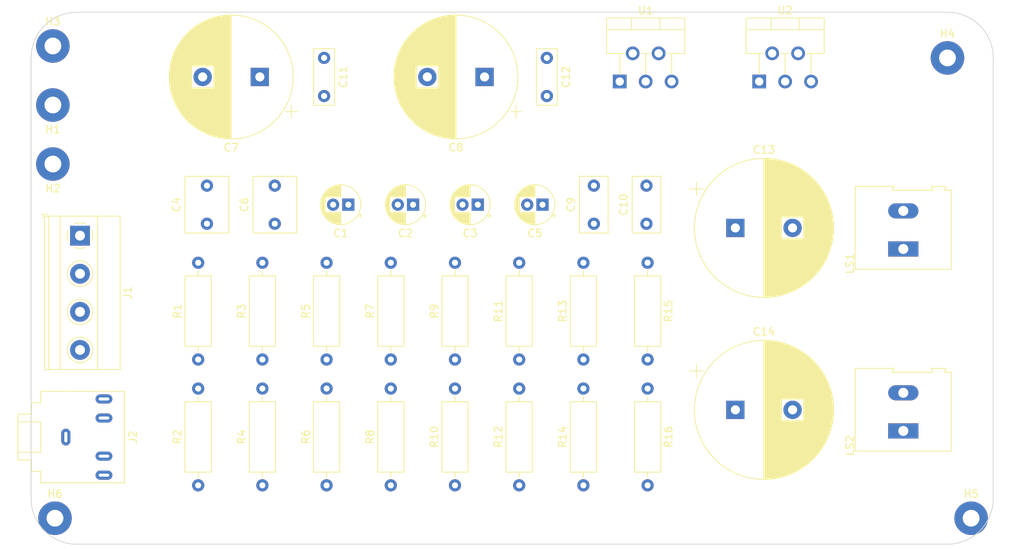
<source format=kicad_pcb>
(kicad_pcb (version 20211014) (generator pcbnew)
  (layers (0 "F.Cu" signal) (31 "B.Cu" signal) (34 "B.Paste" user) (35 "F.Paste" user) (36 "B.SilkS" user "B.Silkscreen") (37 "F.SilkS" user "F.Silkscreen") (38 "B.Mask" user) (39 "F.Mask" user) (44 "Edge.Cuts" user))
  (net 0 "")
  (net 1 "Net-(C1-Pad1)")
  (net 2 "GND")
  (net 3 "Net-(C2-Pad1)")
  (net 4 "Net-(C3-Pad1)")
  (net 5 "/Left_Input")
  (net 6 "Net-(C4-Pad2)")
  (net 7 "Net-(C5-Pad1)")
  (net 8 "/Right_Input")
  (net 9 "Net-(C6-Pad2)")
  (net 10 "V+")
  (net 11 "Net-(C9-Pad1)")
  (net 12 "Net-(C10-Pad1)")
  (net 13 "Net-(C13-Pad1)")
  (net 14 "/Left_Speaker")
  (net 15 "Net-(C14-Pad1)")
  (net 16 "/Right_Speaker")
  (net 17 "Net-(R5-Pad2)")
  (net 18 "Net-(R6-Pad2)")
  (net 19 "Net-(R15-Pad1)")
  (net 20 "Net-(R16-Pad1)")
  (footprint "Connector_Audio:Jack_3.5mm_CUI_SJ1-3525N_Horizontal" (layer "F.Cu") (at 88.6 111.1 -90)
    (fp_text reference "J2" (at 0 -8.8 90) (layer "F.SilkS"))
    (fp_text value "AudioJack3")
    (pad "" np_thru_hole circle (at -5 0 270) (size 1.2 1.2) (drill 1.2) (layers *.Cu))
    (pad "" np_thru_hole circle (at 5 2.5 270) (size 1.2 1.2) (drill 1.2) (layers *.Cu))
    (pad "" np_thru_hole circle (at 5 0 270) (size 1.2 1.2) (drill 1.2) (layers *.Cu))
    (pad "" np_thru_hole circle (at 0 -5 270) (size 1.2 1.2) (drill 1.2) (layers *.Cu))
    (pad "" np_thru_hole circle (at -5 2.5 270) (size 1.2 1.2) (drill 1.2) (layers *.Cu))
    (pad "R" thru_hole oval (at -5 -5 270) (size 1.2 2.2) (drill oval 0.4 1.4) (layers *.Cu *.Mask) (net 8 "/Right_Input"))
    (pad "RN" thru_hole oval (at -2.5 -5 270) (size 1.2 2.2) (drill oval 0.4 1.4) (layers *.Cu *.Mask))
    (pad "S" thru_hole oval (at 0 0 270) (size 2.2 1.2) (drill oval 1.4 0.4) (layers *.Cu *.Mask) (net 5 "/Left_Input"))
    (pad "T" thru_hole oval (at 5 -5 90) (size 1.2 2.2) (drill oval 0.4 1.4) (layers *.Cu *.Mask) (net 2 "GND"))
    (pad "TN" thru_hole oval (at 2.5 -5 90) (size 1.2 2.2) (drill oval 0.4 1.4) (layers *.Cu *.Mask))
  )
  (footprint "Resistor_THT:R_Axial_DIN0309_L9.0mm_D3.2mm_P12.70mm_Horizontal" (layer "F.Cu") (at 139.62714 100.922 90)
    (fp_text reference "R9" (at 6.35 -2.72 90) (layer "F.SilkS"))
    (fp_text value "22K")
    (pad "1" thru_hole circle (at 0 0 90) (size 1.6 1.6) (drill 0.8) (layers *.Cu *.Mask) (net 7 "Net-(C5-Pad1)"))
    (pad "2" thru_hole oval (at 12.7 0 90) (size 1.6 1.6) (drill 0.8) (layers *.Cu *.Mask) (net 10 "V+"))
  )
  (footprint "Capacitor_THT:CP_Radial_D16.0mm_P7.50mm" (layer "F.Cu") (at 114.038755 63.838 180)
    (fp_text reference "C7" (at 3.75 -9.25) (layer "F.SilkS"))
    (fp_text value "1000uF")
    (pad "1" thru_hole rect (at 0 0 180) (size 2.4 2.4) (drill 1.2) (layers *.Cu *.Mask) (net 10 "V+"))
    (pad "2" thru_hole circle (at 7.5 0 180) (size 2.4 2.4) (drill 1.2) (layers *.Cu *.Mask) (net 2 "GND"))
  )
  (footprint "Resistor_THT:R_Axial_DIN0309_L9.0mm_D3.2mm_P12.70mm_Horizontal" (layer "F.Cu") (at 105.954 100.922 90)
    (fp_text reference "R1" (at 6.35 -2.72 90) (layer "F.SilkS"))
    (fp_text value "22K")
    (pad "1" thru_hole circle (at 0 0 90) (size 1.6 1.6) (drill 0.8) (layers *.Cu *.Mask) (net 2 "GND"))
    (pad "2" thru_hole oval (at 12.7 0 90) (size 1.6 1.6) (drill 0.8) (layers *.Cu *.Mask) (net 4 "Net-(C3-Pad1)"))
  )
  (footprint "MountingHole:MountingHole_2.2mm_M2_Pad" (layer "F.Cu") (at 86.904 67.521 180)
    (fp_text reference "H1" (at 0 -3.2) (layer "F.SilkS"))
    (fp_text value "V+ ")
    (pad "1" thru_hole circle (at 0 0 180) (size 4.4 4.4) (drill 2.2) (layers *.Cu *.Mask) (net 10 "V+"))
  )
  (footprint "Resistor_THT:R_Axial_DIN0309_L9.0mm_D3.2mm_P12.70mm_Horizontal" (layer "F.Cu") (at 122.79057 100.922 90)
    (fp_text reference "R5" (at 6.35 -2.72 90) (layer "F.SilkS"))
    (fp_text value "10K")
    (pad "1" thru_hole circle (at 0 0 90) (size 1.6 1.6) (drill 0.8) (layers *.Cu *.Mask) (net 1 "Net-(C1-Pad1)"))
    (pad "2" thru_hole oval (at 12.7 0 90) (size 1.6 1.6) (drill 0.8) (layers *.Cu *.Mask) (net 17 "Net-(R5-Pad2)"))
  )
  (footprint "Capacitor_THT:C_Rect_L7.2mm_W5.5mm_P5.00mm_FKS2_FKP2_MKS2_MKP2" (layer "F.Cu") (at 107.104 83.102 90)
    (fp_text reference "C4" (at 2.5 -4 90) (layer "F.SilkS"))
    (fp_text value "1uF")
    (pad "1" thru_hole circle (at 0 0 90) (size 1.6 1.6) (drill 0.8) (layers *.Cu *.Mask) (net 5 "/Left_Input"))
    (pad "2" thru_hole circle (at 5 0 90) (size 1.6 1.6) (drill 0.8) (layers *.Cu *.Mask) (net 6 "Net-(C4-Pad2)"))
  )
  (footprint "Resistor_THT:R_Axial_DIN0309_L9.0mm_D3.2mm_P12.70mm_Horizontal" (layer "F.Cu") (at 114.372285 100.922 90)
    (fp_text reference "R3" (at 6.35 -2.72 90) (layer "F.SilkS"))
    (fp_text value "1M")
    (pad "1" thru_hole circle (at 0 0 90) (size 1.6 1.6) (drill 0.8) (layers *.Cu *.Mask) (net 2 "GND"))
    (pad "2" thru_hole oval (at 12.7 0 90) (size 1.6 1.6) (drill 0.8) (layers *.Cu *.Mask) (net 5 "/Left_Input"))
  )
  (footprint "TerminalBlock:TerminalBlock_Altech_AK300-2_P5.00mm" (layer "F.Cu") (at 198.41 86.415 90)
    (fp_text reference "LS1" (at -1.92 -6.99 90) (layer "F.SilkS"))
    (fp_text value "4Ω-8Ω")
    (pad "1" thru_hole rect (at 0 0 90) (size 1.98 3.96) (drill 1.32) (layers *.Cu *.Mask) (net 14 "/Left_Speaker"))
    (pad "2" thru_hole oval (at 5 0 90) (size 1.98 3.96) (drill 1.32) (layers *.Cu *.Mask) (net 2 "GND"))
  )
  (footprint "TerminalBlock_Phoenix:TerminalBlock_Phoenix_MKDS-1,5-4_1x04_P5.00mm_Horizontal" (layer "F.Cu") (at 90.46 84.666 -90)
    (fp_text reference "J1" (at 7.5 -6.26 90) (layer "F.SilkS"))
    (fp_text value "Screw_Terminal_01x04")
    (pad "1" thru_hole rect (at 0 0 270) (size 2.6 2.6) (drill 1.3) (layers *.Cu *.Mask) (net 5 "/Left_Input"))
    (pad "2" thru_hole circle (at 5 0 270) (size 2.6 2.6) (drill 1.3) (layers *.Cu *.Mask) (net 2 "GND"))
    (pad "3" thru_hole circle (at 10 0 270) (size 2.6 2.6) (drill 1.3) (layers *.Cu *.Mask) (net 8 "/Right_Input"))
    (pad "4" thru_hole circle (at 15 0 270) (size 2.6 2.6) (drill 1.3) (layers *.Cu *.Mask) (net 2 "GND"))
  )
  (footprint "Resistor_THT:R_Axial_DIN0309_L9.0mm_D3.2mm_P12.70mm_Horizontal" (layer "F.Cu") (at 114.372285 117.432 90)
    (fp_text reference "R4" (at 6.35 -2.72 90) (layer "F.SilkS"))
    (fp_text value "1M")
    (pad "1" thru_hole circle (at 0 0 90) (size 1.6 1.6) (drill 0.8) (layers *.Cu *.Mask) (net 2 "GND"))
    (pad "2" thru_hole oval (at 12.7 0 90) (size 1.6 1.6) (drill 0.8) (layers *.Cu *.Mask) (net 8 "/Right_Input"))
  )
  (footprint "MountingHole:MountingHole_2.2mm_M2_Pad" (layer "F.Cu") (at 87.179 121.75)
    (fp_text reference "H6" (at 0 -3.2) (layer "F.SilkS"))
    (fp_text value "MountingHole_Pad")
    (pad "1" thru_hole circle (at 0 0) (size 4.4 4.4) (drill 2.2) (layers *.Cu *.Mask) (net 2 "GND"))
  )
  (footprint "Resistor_THT:R_Axial_DIN0309_L9.0mm_D3.2mm_P12.70mm_Horizontal" (layer "F.Cu") (at 148.045425 100.922 90)
    (fp_text reference "R11" (at 6.35 -2.72 90) (layer "F.SilkS"))
    (fp_text value "100K")
    (pad "1" thru_hole circle (at 0 0 90) (size 1.6 1.6) (drill 0.8) (layers *.Cu *.Mask) (net 17 "Net-(R5-Pad2)"))
    (pad "2" thru_hole oval (at 12.7 0 90) (size 1.6 1.6) (drill 0.8) (layers *.Cu *.Mask) (net 19 "Net-(R15-Pad1)"))
  )
  (footprint "Resistor_THT:R_Axial_DIN0309_L9.0mm_D3.2mm_P12.70mm_Horizontal" (layer "F.Cu") (at 156.46371 117.432 90)
    (fp_text reference "R14" (at 6.35 -2.72 90) (layer "F.SilkS"))
    (fp_text value "1")
    (pad "1" thru_hole circle (at 0 0 90) (size 1.6 1.6) (drill 0.8) (layers *.Cu *.Mask) (net 12 "Net-(C10-Pad1)"))
    (pad "2" thru_hole oval (at 12.7 0 90) (size 1.6 1.6) (drill 0.8) (layers *.Cu *.Mask) (net 15 "Net-(C14-Pad1)"))
  )
  (footprint "MountingHole:MountingHole_2.2mm_M2_Pad" (layer "F.Cu") (at 86.904 75.268 180)
    (fp_text reference "H2" (at 0 -3.2) (layer "F.SilkS"))
    (fp_text value "GND")
    (pad "1" thru_hole circle (at 0 0 180) (size 4.4 4.4) (drill 2.2) (layers *.Cu *.Mask) (net 2 "GND"))
  )
  (footprint "Resistor_THT:R_Axial_DIN0309_L9.0mm_D3.2mm_P12.70mm_Horizontal" (layer "F.Cu") (at 156.46371 100.922 90)
    (fp_text reference "R13" (at 6.35 -2.72 90) (layer "F.SilkS"))
    (fp_text value "1")
    (pad "1" thru_hole circle (at 0 0 90) (size 1.6 1.6) (drill 0.8) (layers *.Cu *.Mask) (net 11 "Net-(C9-Pad1)"))
    (pad "2" thru_hole oval (at 12.7 0 90) (size 1.6 1.6) (drill 0.8) (layers *.Cu *.Mask) (net 13 "Net-(C13-Pad1)"))
  )
  (footprint "Capacitor_THT:C_Rect_L7.2mm_W2.5mm_P5.00mm_FKS2_FKP2_MKS2_MKP2" (layer "F.Cu") (at 151.674 61.338 -90)
    (fp_text reference "C12" (at 2.5 -2.5 90) (layer "F.SilkS"))
    (fp_text value "0.1uF")
    (pad "1" thru_hole circle (at 0 0 270) (size 1.6 1.6) (drill 0.8) (layers *.Cu *.Mask) (net 10 "V+"))
    (pad "2" thru_hole circle (at 5 0 270) (size 1.6 1.6) (drill 0.8) (layers *.Cu *.Mask) (net 2 "GND"))
  )
  (footprint "Resistor_THT:R_Axial_DIN0309_L9.0mm_D3.2mm_P12.70mm_Horizontal" (layer "F.Cu") (at 105.954 117.432 90)
    (fp_text reference "R2" (at 6.35 -2.72 90) (layer "F.SilkS"))
    (fp_text value "22K")
    (pad "1" thru_hole circle (at 0 0 90) (size 1.6 1.6) (drill 0.8) (layers *.Cu *.Mask) (net 2 "GND"))
    (pad "2" thru_hole oval (at 12.7 0 90) (size 1.6 1.6) (drill 0.8) (layers *.Cu *.Mask) (net 7 "Net-(C5-Pad1)"))
  )
  (footprint "Capacitor_THT:C_Rect_L7.2mm_W3.5mm_P5.00mm_FKS2_FKP2_MKS2_MKP2" (layer "F.Cu") (at 157.836442 83.102 90)
    (fp_text reference "C9" (at 2.5 -3 90) (layer "F.SilkS"))
    (fp_text value "0.22uF")
    (pad "1" thru_hole circle (at 0 0 90) (size 1.6 1.6) (drill 0.8) (layers *.Cu *.Mask) (net 11 "Net-(C9-Pad1)"))
    (pad "2" thru_hole circle (at 5 0 90) (size 1.6 1.6) (drill 0.8) (layers *.Cu *.Mask) (net 2 "GND"))
  )
  (footprint "Capacitor_THT:CP_Radial_D5.0mm_P2.00mm" (layer "F.Cu") (at 142.615778 80.602 180)
    (fp_text reference "C3" (at 1 -3.75) (layer "F.SilkS"))
    (fp_text value "10uF")
    (pad "1" thru_hole rect (at 0 0 180) (size 1.6 1.6) (drill 0.8) (layers *.Cu *.Mask) (net 4 "Net-(C3-Pad1)"))
    (pad "2" thru_hole circle (at 2 0 180) (size 1.6 1.6) (drill 0.8) (layers *.Cu *.Mask) (net 2 "GND"))
  )
  (footprint "Capacitor_THT:CP_Radial_D5.0mm_P2.00mm" (layer "F.Cu") (at 125.645114 80.602 180)
    (fp_text reference "C1" (at 1 -3.75) (layer "F.SilkS"))
    (fp_text value "10uF")
    (pad "1" thru_hole rect (at 0 0 180) (size 1.6 1.6) (drill 0.8) (layers *.Cu *.Mask) (net 1 "Net-(C1-Pad1)"))
    (pad "2" thru_hole circle (at 2 0 180) (size 1.6 1.6) (drill 0.8) (layers *.Cu *.Mask) (net 2 "GND"))
  )
  (footprint "Capacitor_THT:CP_Radial_D16.0mm_P7.50mm" (layer "F.Cu") (at 143.502755 63.838 180)
    (fp_text reference "C8" (at 3.75 -9.25) (layer "F.SilkS"))
    (fp_text value "1000uF")
    (pad "1" thru_hole rect (at 0 0 180) (size 2.4 2.4) (drill 1.2) (layers *.Cu *.Mask) (net 10 "V+"))
    (pad "2" thru_hole circle (at 7.5 0 180) (size 2.4 2.4) (drill 1.2) (layers *.Cu *.Mask) (net 2 "GND"))
  )
  (footprint "Resistor_THT:R_Axial_DIN0309_L9.0mm_D3.2mm_P12.70mm_Horizontal" (layer "F.Cu") (at 164.882 104.732 -90)
    (fp_text reference "R16" (at 6.35 -2.72 90) (layer "F.SilkS"))
    (fp_text value "100K")
    (pad "1" thru_hole circle (at 0 0 270) (size 1.6 1.6) (drill 0.8) (layers *.Cu *.Mask) (net 20 "Net-(R16-Pad1)"))
    (pad "2" thru_hole oval (at 12.7 0 270) (size 1.6 1.6) (drill 0.8) (layers *.Cu *.Mask) (net 15 "Net-(C14-Pad1)"))
  )
  (footprint "Resistor_THT:R_Axial_DIN0309_L9.0mm_D3.2mm_P12.70mm_Horizontal" (layer "F.Cu") (at 122.79057 117.432 90)
    (fp_text reference "R6" (at 6.35 -2.72 90) (layer "F.SilkS"))
    (fp_text value "10K")
    (pad "1" thru_hole circle (at 0 0 90) (size 1.6 1.6) (drill 0.8) (layers *.Cu *.Mask) (net 3 "Net-(C2-Pad1)"))
    (pad "2" thru_hole oval (at 12.7 0 90) (size 1.6 1.6) (drill 0.8) (layers *.Cu *.Mask) (net 18 "Net-(R6-Pad2)"))
  )
  (footprint "Capacitor_THT:CP_Radial_D5.0mm_P2.00mm" (layer "F.Cu") (at 151.10111 80.602 180)
    (fp_text reference "C5" (at 1 -3.75) (layer "F.SilkS"))
    (fp_text value "10uF")
    (pad "1" thru_hole rect (at 0 0 180) (size 1.6 1.6) (drill 0.8) (layers *.Cu *.Mask) (net 7 "Net-(C5-Pad1)"))
    (pad "2" thru_hole circle (at 2 0 180) (size 1.6 1.6) (drill 0.8) (layers *.Cu *.Mask) (net 2 "GND"))
  )
  (footprint "MountingHole:MountingHole_2.2mm_M2_Pad" (layer "F.Cu") (at 207.3 121.75)
    (fp_text reference "H5" (at 0 -3.2) (layer "F.SilkS"))
    (fp_text value "MountingHole_Pad")
    (pad "1" thru_hole circle (at 0 0) (size 4.4 4.4) (drill 2.2) (layers *.Cu *.Mask) (net 2 "GND"))
  )
  (footprint "MountingHole:MountingHole_2.2mm_M2_Pad" (layer "F.Cu") (at 86.904 59.774)
    (fp_text reference "H3" (at 0 -3.2) (layer "F.SilkS"))
    (fp_text value "MountingHole_Pad")
    (pad "1" thru_hole circle (at 0 0) (size 4.4 4.4) (drill 2.2) (layers *.Cu *.Mask) (net 2 "GND"))
  )
  (footprint "Capacitor_THT:C_Rect_L7.2mm_W3.5mm_P5.00mm_FKS2_FKP2_MKS2_MKP2" (layer "F.Cu") (at 164.732 83.102 90)
    (fp_text reference "C10" (at 2.5 -3 90) (layer "F.SilkS"))
    (fp_text value "0.22uF")
    (pad "1" thru_hole circle (at 0 0 90) (size 1.6 1.6) (drill 0.8) (layers *.Cu *.Mask) (net 12 "Net-(C10-Pad1)"))
    (pad "2" thru_hole circle (at 5 0 90) (size 1.6 1.6) (drill 0.8) (layers *.Cu *.Mask) (net 2 "GND"))
  )
  (footprint "Capacitor_THT:C_Rect_L7.2mm_W2.5mm_P5.00mm_FKS2_FKP2_MKS2_MKP2" (layer "F.Cu") (at 122.464 61.338 -90)
    (fp_text reference "C11" (at 2.5 -2.5 90) (layer "F.SilkS"))
    (fp_text value "0.1uF")
    (pad "1" thru_hole circle (at 0 0 270) (size 1.6 1.6) (drill 0.8) (layers *.Cu *.Mask) (net 10 "V+"))
    (pad "2" thru_hole circle (at 5 0 270) (size 1.6 1.6) (drill 0.8) (layers *.Cu *.Mask) (net 2 "GND"))
  )
  (footprint "Capacitor_THT:C_Rect_L7.2mm_W5.5mm_P5.00mm_FKS2_FKP2_MKS2_MKP2" (layer "F.Cu") (at 115.999557 83.102 90)
    (fp_text reference "C6" (at 2.5 -4 90) (layer "F.SilkS"))
    (fp_text value "1uF")
    (pad "1" thru_hole circle (at 0 0 90) (size 1.6 1.6) (drill 0.8) (layers *.Cu *.Mask) (net 8 "/Right_Input"))
    (pad "2" thru_hole circle (at 5 0 90) (size 1.6 1.6) (drill 0.8) (layers *.Cu *.Mask) (net 9 "Net-(C6-Pad2)"))
  )
  (footprint "Resistor_THT:R_Axial_DIN0309_L9.0mm_D3.2mm_P12.70mm_Horizontal" (layer "F.Cu") (at 148.045425 117.432 90)
    (fp_text reference "R12" (at 6.35 -2.72 90) (layer "F.SilkS"))
    (fp_text value "100K")
    (pad "1" thru_hole circle (at 0 0 90) (size 1.6 1.6) (drill 0.8) (layers *.Cu *.Mask) (net 18 "Net-(R6-Pad2)"))
    (pad "2" thru_hole oval (at 12.7 0 90) (size 1.6 1.6) (drill 0.8) (layers *.Cu *.Mask) (net 20 "Net-(R16-Pad1)"))
  )
  (footprint "Resistor_THT:R_Axial_DIN0309_L9.0mm_D3.2mm_P12.70mm_Horizontal" (layer "F.Cu") (at 131.208855 117.432 90)
    (fp_text reference "R8" (at 6.35 -2.72 90) (layer "F.SilkS"))
    (fp_text value "22K")
    (pad "1" thru_hole circle (at 0 0 90) (size 1.6 1.6) (drill 0.8) (layers *.Cu *.Mask) (net 6 "Net-(C4-Pad2)"))
    (pad "2" thru_hole oval (at 12.7 0 90) (size 1.6 1.6) (drill 0.8) (layers *.Cu *.Mask) (net 4 "Net-(C3-Pad1)"))
  )
  (footprint "MountingHole:MountingHole_2.2mm_M2_Pad" (layer "F.Cu") (at 204.2 61.342641)
    (fp_text reference "H4" (at 0 -3.2) (layer "F.SilkS"))
    (fp_text value "MountingHole_Pad")
    (pad "1" thru_hole circle (at 0 0) (size 4.4 4.4) (drill 2.2) (layers *.Cu *.Mask) (net 2 "GND"))
  )
  (footprint "Resistor_THT:R_Axial_DIN0309_L9.0mm_D3.2mm_P12.70mm_Horizontal" (layer "F.Cu") (at 131.208855 100.922 90)
    (fp_text reference "R7" (at 6.35 -2.72 90) (layer "F.SilkS"))
    (fp_text value "22K")
    (pad "1" thru_hole circle (at 0 0 90) (size 1.6 1.6) (drill 0.8) (layers *.Cu *.Mask) (net 4 "Net-(C3-Pad1)"))
    (pad "2" thru_hole oval (at 12.7 0 90) (size 1.6 1.6) (drill 0.8) (layers *.Cu *.Mask) (net 10 "V+"))
  )
  (footprint "Capacitor_THT:CP_Radial_D18.0mm_P7.50mm" (layer "F.Cu") (at 176.39022 83.65)
    (fp_text reference "C13" (at 3.75 -10.25) (layer "F.SilkS"))
    (fp_text value "2200uF")
    (pad "1" thru_hole rect (at 0 0) (size 2.4 2.4) (drill 1.2) (layers *.Cu *.Mask) (net 13 "Net-(C13-Pad1)"))
    (pad "2" thru_hole circle (at 7.5 0) (size 2.4 2.4) (drill 1.2) (layers *.Cu *.Mask) (net 14 "/Left_Speaker"))
  )
  (footprint "Package_TO_SOT_THT:TO-220-5_P3.4x3.7mm_StaggerOdd_Lead3.8mm_Vertical" (layer "F.Cu") (at 161.228 64.44)
    (fp_text reference "U1" (at 3.4 -9.32) (layer "F.SilkS"))
    (fp_text value "LM1875")
    (pad "1" thru_hole rect (at 0 0) (size 1.8 1.8) (drill 1.1) (layers *.Cu *.Mask) (net 6 "Net-(C4-Pad2)"))
    (pad "2" thru_hole oval (at 1.7 -3.7) (size 1.8 1.8) (drill 1.1) (layers *.Cu *.Mask) (net 17 "Net-(R5-Pad2)"))
    (pad "3" thru_hole oval (at 3.4 0) (size 1.8 1.8) (drill 1.1) (layers *.Cu *.Mask) (net 2 "GND"))
    (pad "4" thru_hole oval (at 5.1 -3.7) (size 1.8 1.8) (drill 1.1) (layers *.Cu *.Mask) (net 13 "Net-(C13-Pad1)"))
    (pad "5" thru_hole oval (at 6.8 0) (size 1.8 1.8) (drill 1.1) (layers *.Cu *.Mask) (net 10 "V+"))
  )
  (footprint "Capacitor_THT:CP_Radial_D5.0mm_P2.00mm" (layer "F.Cu") (at 134.130446 80.602 180)
    (fp_text reference "C2" (at 1 -3.75) (layer "F.SilkS"))
    (fp_text value "10uF")
    (pad "1" thru_hole rect (at 0 0 180) (size 1.6 1.6) (drill 0.8) (layers *.Cu *.Mask) (net 3 "Net-(C2-Pad1)"))
    (pad "2" thru_hole circle (at 2 0 180) (size 1.6 1.6) (drill 0.8) (layers *.Cu *.Mask) (net 2 "GND"))
  )
  (footprint "Capacitor_THT:CP_Radial_D18.0mm_P7.50mm" (layer "F.Cu") (at 176.39022 107.526)
    (fp_text reference "C14" (at 3.75 -10.25) (layer "F.SilkS"))
    (fp_text value "2200uF")
    (pad "1" thru_hole rect (at 0 0) (size 2.4 2.4) (drill 1.2) (layers *.Cu *.Mask) (net 15 "Net-(C14-Pad1)"))
    (pad "2" thru_hole circle (at 7.5 0) (size 2.4 2.4) (drill 1.2) (layers *.Cu *.Mask) (net 16 "/Right_Speaker"))
  )
  (footprint "Package_TO_SOT_THT:TO-220-5_P3.4x3.7mm_StaggerOdd_Lead3.8mm_Vertical" (layer "F.Cu") (at 179.516 64.44)
    (fp_text reference "U2" (at 3.4 -9.32) (layer "F.SilkS"))
    (fp_text value "LM1875")
    (pad "1" thru_hole rect (at 0 0) (size 1.8 1.8) (drill 1.1) (layers *.Cu *.Mask) (net 9 "Net-(C6-Pad2)"))
    (pad "2" thru_hole oval (at 1.7 -3.7) (size 1.8 1.8) (drill 1.1) (layers *.Cu *.Mask) (net 18 "Net-(R6-Pad2)"))
    (pad "3" thru_hole oval (at 3.4 0) (size 1.8 1.8) (drill 1.1) (layers *.Cu *.Mask) (net 2 "GND"))
    (pad "4" thru_hole oval (at 5.1 -3.7) (size 1.8 1.8) (drill 1.1) (layers *.Cu *.Mask) (net 15 "Net-(C14-Pad1)"))
    (pad "5" thru_hole oval (at 6.8 0) (size 1.8 1.8) (drill 1.1) (layers *.Cu *.Mask) (net 10 "V+"))
  )
  (footprint "Resistor_THT:R_Axial_DIN0309_L9.0mm_D3.2mm_P12.70mm_Horizontal" (layer "F.Cu") (at 164.882 88.222 -90)
    (fp_text reference "R15" (at 6.35 -2.72 90) (layer "F.SilkS"))
    (fp_text value "100K")
    (pad "1" thru_hole circle (at 0 0 270) (size 1.6 1.6) (drill 0.8) (layers *.Cu *.Mask) (net 19 "Net-(R15-Pad1)"))
    (pad "2" thru_hole oval (at 12.7 0 270) (size 1.6 1.6) (drill 0.8) (layers *.Cu *.Mask) (net 13 "Net-(C13-Pad1)"))
  )
  (footprint "TerminalBlock:TerminalBlock_Altech_AK300-2_P5.00mm" (layer "F.Cu") (at 198.41 110.291 90)
    (fp_text reference "LS2" (at -1.92 -6.99 90) (layer "F.SilkS"))
    (fp_text value "4Ω-8Ω")
    (pad "1" thru_hole rect (at 0 0 90) (size 1.98 3.96) (drill 1.32) (layers *.Cu *.Mask) (net 16 "/Right_Speaker"))
    (pad "2" thru_hole oval (at 5 0 90) (size 1.98 3.96) (drill 1.32) (layers *.Cu *.Mask) (net 2 "GND"))
  )
  (footprint "Resistor_THT:R_Axial_DIN0309_L9.0mm_D3.2mm_P12.70mm_Horizontal" (layer "F.Cu") (at 139.62714 117.432 90)
    (fp_text reference "R10" (at 6.35 -2.72 90) (layer "F.SilkS"))
    (fp_text value "22K")
    (pad "1" thru_hole circle (at 0 0 90) (size 1.6 1.6) (drill 0.8) (layers *.Cu *.Mask) (net 9 "Net-(C6-Pad2)"))
    (pad "2" thru_hole oval (at 12.7 0 90) (size 1.6 1.6) (drill 0.8) (layers *.Cu *.Mask) (net 7 "Net-(C5-Pad1)"))
  )
  (gr_arc (start 84.042641 61.342641) (mid 85.8 57.1) (end 90.042641 55.342641) (layer "Edge.Cuts") (width 0.1))
  (gr_arc (start 210.2 119.157359) (mid 208.442641 123.4) (end 204.2 125.157359) (layer "Edge.Cuts") (width 0.1))
  (gr_line (start 90.042641 125.157359) (end 204.2 125.157359) (layer "Edge.Cuts") (width 0.1))
  (gr_line (start 84.042641 61.342641) (end 84.042641 119.157359) (layer "Edge.Cuts") (width 0.1))
  (gr_arc (start 204.2 55.342641) (mid 208.442641 57.1) (end 210.2 61.342641) (layer "Edge.Cuts") (width 0.1))
  (gr_line (start 204.2 55.342641) (end 90.042641 55.342641) (layer "Edge.Cuts") (width 0.1))
  (gr_line (start 210.2 119.157359) (end 210.2 61.342641) (layer "Edge.Cuts") (width 0.1))
  (gr_arc (start 90.042641 125.157359) (mid 85.8 123.4) (end 84.042641 119.157359) (layer "Edge.Cuts") (width 0.1))
)
</source>
